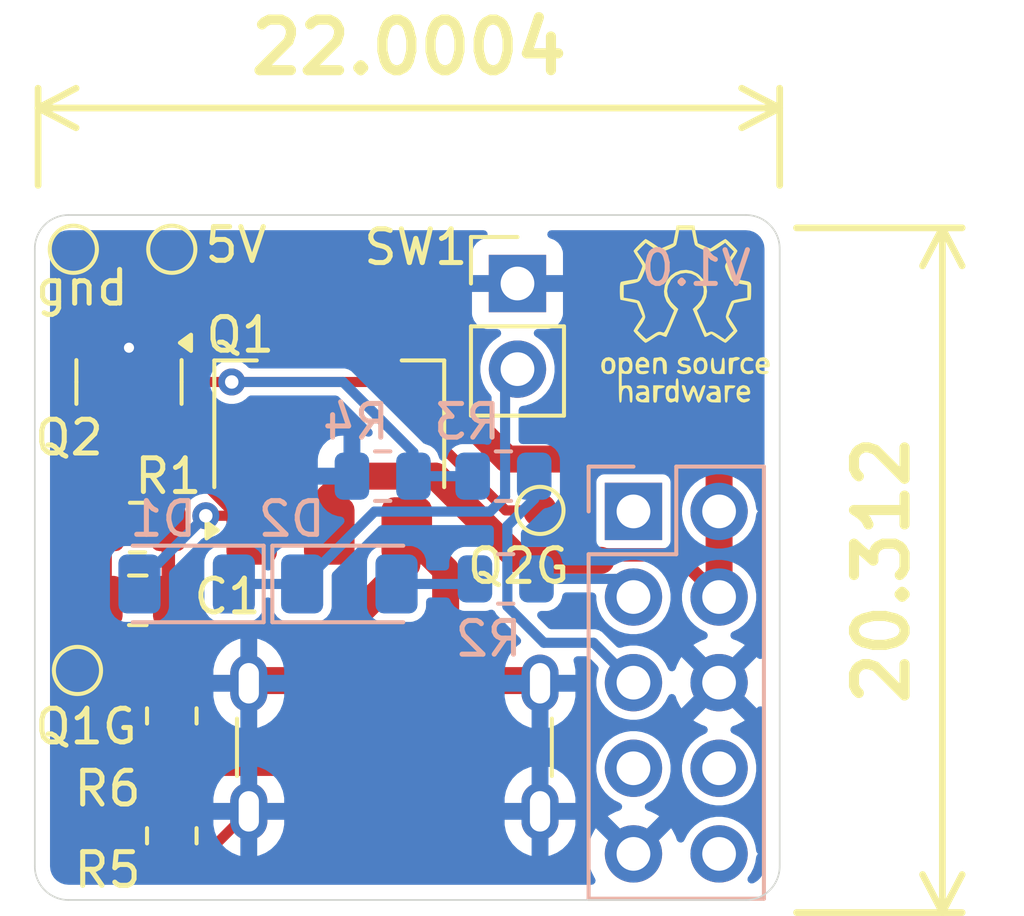
<source format=kicad_pcb>
(kicad_pcb (version 20241229) (generator "pcbnew") (generator_version "9.0")
  (layers (0 "F.Cu" signal) (2 "B.Cu" signal) (13 "F.Paste" user) (15 "B.Paste" user) (5 "F.SilkS" user "F.Silkscreen") (7 "B.SilkS" user "B.Silkscreen") (1 "F.Mask" user) (3 "B.Mask" user) (25 "Edge.Cuts" user))
  (net 0 "")
  (net 1 "VBUS")
  (net 2 "/Q1G")
  (net 3 "GND")
  (net 4 "/PWR_OFF")
  (net 5 "Net-(D1-K)")
  (net 6 "/SHT_DWN")
  (net 7 "5V")
  (net 8 "Net-(D2-A)")
  (net 9 "/Q2G")
  (net 10 "Net-(J5-CC2)")
  (net 11 "Net-(J5-CC1)")
  (footprint "Package_TO_SOT_SMD:SOT-223" (layer "F.Cu") (at 122.273 82.042 90)
    (property "Reference" "Q1" (at 2.667 -2.639 180) (layer "F.SilkS"))
    (property "Value" "NDT456P" (hide yes))
    (fp_line (start 1.91 -3.41) (end 1.91 -2.15) (stroke (width 0.12)) (layer "F.SilkS"))
    (fp_line (start -1.85 -3.41) (end 1.91 -3.41) (stroke (width 0.12)) (layer "F.SilkS"))
    (fp_line (start 1.91 3.41) (end 1.91 2.15) (stroke (width 0.12)) (layer "F.SilkS"))
    (fp_line (start -1.85 3.41) (end 1.91 3.41) (stroke (width 0.12)) (layer "F.SilkS"))
    (fp_poly (pts (xy -3.13 -3.31) (xy -3.37 -3.64) (xy -2.89 -3.64) (xy -3.13 -3.31)) (stroke (width 0.12)) (fill yes) (layer "F.SilkS"))
    (pad "1" smd roundrect (at -3.15 -2.3 90) (size 2 1.5) (layers "F.Cu" "F.Mask" "F.Paste") (net 2 "/Q1G"))
    (pad "2" smd roundrect (at -3.15 0 90) (size 2 1.5) (layers "F.Cu" "F.Mask" "F.Paste") (net 7 "5V"))
    (pad "3" smd roundrect (at -3.15 2.3 90) (size 2 1.5) (layers "F.Cu" "F.Mask" "F.Paste") (net 1 "VBUS"))
    (pad "4" smd roundrect (at 3.15 0 90) (size 2 3.8) (layers "F.Cu" "F.Mask" "F.Paste") (net 7 "5V"))
  )
  (footprint "000_victor:Open_Hardware" (layer "F.Cu") (at 132.842 78.74)
    (property "Reference" "G***" (hide yes))
    (property "Value" "LOGO" (hide yes))
    (fp_poly (pts (xy 1.411429 2.131377) (xy 1.469553 2.139317) (xy 1.483849 2.148147) (xy 1.459936 2.194849) (xy 1.408883 2.222071) (xy 1.3781 2.220245) (xy 1.316843 2.220295) (xy 1.275383 2.274507) (xy 1.254082 2.382194) (xy 1.251088 2.462097) (xy 1.248077 2.567034) (xy 1.237336 2.624899) (xy 1.216305 2.646577) (xy 1.207445 2.647652) (xy 1.185972 2.637328) (xy 1.172677 2.59968) (xy 1.165858 2.524696) (xy 1.163811 2.402363) (xy 1.163803 2.390937) (xy 1.163803 2.134222) (xy 1.323826 2.130011)) (fill yes) (layer "F.SilkS"))
    (fp_poly (pts (xy -0.675996 2.132163) (xy -0.619016 2.148617) (xy -0.616425 2.176155) (xy -0.646636 2.200723) (xy -0.702203 2.218499) (xy -0.755742 2.224261) (xy -0.793751 2.228229) (xy -0.816425 2.246543) (xy -0.828604 2.291742) (xy -0.83513 2.376365) (xy -0.837758 2.436713) (xy -0.843899 2.546446) (xy -0.853738 2.6101) (xy -0.871034 2.639783) (xy -0.899544 2.647606) (xy -0.903222 2.647652) (xy -0.930419 2.642929) (xy -0.947261 2.621357) (xy -0.956193 2.571828) (xy -0.959657 2.483233) (xy -0.960138 2.388924) (xy -0.960138 2.130195) (xy -0.785567 2.127738)) (fill yes) (layer "F.SilkS"))
    (fp_poly (pts (xy 1.560808 1.293191) (xy 1.610185 1.312719) (xy 1.609505 1.340555) (xy 1.600667 1.352393) (xy 1.547341 1.386603) (xy 1.488993 1.40211) (xy 1.447543 1.41026) (xy 1.423405 1.431704) (xy 1.410885 1.479962) (xy 1.404291 1.568554) (xy 1.402508 1.607503) (xy 1.395946 1.712686) (xy 1.38507 1.772155) (xy 1.365722 1.798389) (xy 1.337044 1.803895) (xy 1.309464 1.799009) (xy 1.292571 1.776819) (xy 1.28379 1.726026) (xy 1.280545 1.635333) (xy 1.280183 1.554504) (xy 1.280933 1.434227) (xy 1.285184 1.361088) (xy 1.295938 1.324039) (xy 1.316199 1.312028) (xy 1.345647 1.313572) (xy 1.414707 1.310546) (xy 1.449133 1.298368) (xy 1.50467 1.286878)) (fill yes) (layer "F.SilkS"))
    (fp_poly (pts (xy 1.142176 1.319974) (xy 1.155561 1.358863) (xy 1.162154 1.436154) (xy 1.163803 1.551446) (xy 1.163803 1.793614) (xy 1.004899 1.797795) (xy 0.883353 1.791815) (xy 0.81064 1.765285) (xy 0.801233 1.757214) (xy 0.775901 1.706018) (xy 0.75993 1.623502) (xy 0.753362 1.526278) (xy 0.756238 1.43096) (xy 0.768599 1.35416) (xy 0.790488 1.312491) (xy 0.800114 1.309279) (xy 0.827402 1.324676) (xy 0.840833 1.378093) (xy 0.843757 1.456667) (xy 0.855547 1.596101) (xy 0.890976 1.682518) (xy 0.950129 1.716111) (xy 0.960137 1.71661) (xy 1.022564 1.690275) (xy 1.061254 1.611144) (xy 1.076294 1.479022) (xy 1.076518 1.456667) (xy 1.081077 1.364513) (xy 1.096894 1.319155) (xy 1.12016 1.309279)) (fill yes) (layer "F.SilkS"))
    (fp_poly (pts (xy 1.965057 1.321897) (xy 2.016376 1.368236) (xy 2.014286 1.400254) (xy 1.962735 1.413412) (xy 1.890422 1.407615) (xy 1.814329 1.400076) (xy 1.772829 1.415167) (xy 1.744122 1.461167) (xy 1.74301 1.463597) (xy 1.721639 1.558921) (xy 1.741266 1.642194) (xy 1.796598 1.696671) (xy 1.819263 1.704868) (xy 1.888783 1.707451) (xy 1.930073 1.691456) (xy 1.977924 1.677129) (xy 2.012241 1.701977) (xy 2.014408 1.747207) (xy 2.003305 1.765379) (xy 1.943199 1.798048) (xy 1.855791 1.804249) (xy 1.764594 1.785863) (xy 1.693126 1.744769) (xy 1.688648 1.740218) (xy 1.642765 1.655249) (xy 1.627749 1.548083) (xy 1.643723 1.443017) (xy 1.686774 1.368209) (xy 1.783534 1.303512) (xy 1.885509 1.2913)) (fill yes) (layer "F.SilkS"))
    (fp_poly (pts (xy 0.514314 1.298623) (xy 0.586612 1.34384) (xy 0.634433 1.426483) (xy 0.655071 1.530015) (xy 0.645817 1.637896) (xy 0.603964 1.733588) (xy 0.588701 1.752978) (xy 0.517858 1.795162) (xy 0.425283 1.805224) (xy 0.335804 1.784264) (xy 0.278053 1.739231) (xy 0.244725 1.653976) (xy 0.237085 1.576473) (xy 0.331893 1.576473) (xy 0.353448 1.651668) (xy 0.398144 1.701461) (xy 0.456268 1.715012) (xy 0.517892 1.681696) (xy 0.543679 1.624348) (xy 0.551505 1.540709) (xy 0.540277 1.46018) (xy 0.527249 1.430387) (xy 0.479444 1.399261) (xy 0.417629 1.407847) (xy 0.363127 1.449619) (xy 0.34319 1.486716) (xy 0.331893 1.576473) (xy 0.237085 1.576473) (xy 0.233863 1.543782) (xy 0.246686 1.437879) (xy 0.263625 1.393258) (xy 0.327505 1.329157) (xy 0.421595 1.295282)) (fill yes) (layer "F.SilkS"))
    (fp_poly (pts (xy -2.181648 1.319861) (xy -2.11248 1.386402) (xy -2.088928 1.440206) (xy -2.075784 1.551283) (xy -2.091401 1.662172) (xy -2.131657 1.747955) (xy -2.141709 1.759317) (xy -2.214589 1.796232) (xy -2.309627 1.801349) (xy -2.401027 1.77583) (xy -2.443986 1.745705) (xy -2.487175 1.667357) (xy -2.503057 1.56228) (xy -2.501364 1.547079) (xy -2.390813 1.547079) (xy -2.387913 1.628455) (xy -2.3725 1.68549) (xy -2.372441 1.685585) (xy -2.325927 1.713802) (xy -2.261984 1.707917) (xy -2.212911 1.674997) (xy -2.192467 1.620022) (xy -2.186586 1.538216) (xy -2.187527 1.522248) (xy -2.200376 1.446449) (xy -2.229633 1.411196) (xy -2.265498 1.401374) (xy -2.330574 1.404708) (xy -2.362966 1.420286) (xy -2.382173 1.468608) (xy -2.390813 1.547079) (xy -2.501364 1.547079) (xy -2.491151 1.455387) (xy -2.45126 1.371933) (xy -2.367195 1.309582) (xy -2.271939 1.29324)) (fill yes) (layer "F.SilkS"))
    (fp_poly (pts (xy -0.637193 1.33889) (xy -0.627186 1.348635) (xy -0.585724 1.397964) (xy -0.56317 1.453417) (xy -0.554079 1.534386) (xy -0.552807 1.613454) (xy -0.55466 1.716372) (xy -0.562761 1.773908) (xy -0.580918 1.798821) (xy -0.609667 1.803895) (xy -0.640416 1.797145) (xy -0.658886 1.768579) (xy -0.669235 1.70572) (xy -0.675131 1.607503) (xy -0.681359 1.502723) (xy -0.691924 1.442608) (xy -0.711943 1.413638) (xy -0.746533 1.402293) (xy -0.753182 1.401292) (xy -0.811825 1.404839) (xy -0.848417 1.441162) (xy -0.8672 1.518632) (xy -0.872407 1.636598) (xy -0.876315 1.73563) (xy -0.889288 1.787732) (xy -0.914206 1.803833) (xy -0.916495 1.803895) (xy -0.938326 1.793328) (xy -0.951682 1.754866) (xy -0.958355 1.678367) (xy -0.960138 1.556913) (xy -0.959305 1.437194) (xy -0.954778 1.364273) (xy -0.943509 1.326758) (xy -0.922452 1.313262) (xy -0.894674 1.312163) (xy -0.810803 1.304897) (xy -0.765387 1.294325) (xy -0.703268 1.293947)) (fill yes) (layer "F.SilkS"))
    (fp_poly (pts (xy 0.06046 1.301499) (xy 0.116687 1.327274) (xy 0.141164 1.362819) (xy 0.124402 1.40018) (xy 0.07353 1.412701) (xy 0.025028 1.400548) (xy -0.046707 1.387912) (xy -0.102641 1.401771) (xy -0.127968 1.434578) (xy -0.114431 1.47165) (xy -0.061463 1.50245) (xy 0.001484 1.512944) (xy 0.092689 1.53362) (xy 0.151638 1.586176) (xy 0.171315 1.656407) (xy 0.144708 1.730108) (xy 0.121363 1.755743) (xy 0.04768 1.790799) (xy -0.05295 1.802747) (xy -0.153853 1.79108) (xy -0.219926 1.762211) (xy -0.256988 1.723411) (xy -0.244878 1.688691) (xy -0.241268 1.684887) (xy -0.20161 1.663969) (xy -0.163016 1.685031) (xy -0.100784 1.710686) (xy -0.027946 1.708974) (xy 0.031459 1.68367) (xy 0.052801 1.651146) (xy 0.045667 1.613522) (xy -0.003531 1.600575) (xy -0.020488 1.600229) (xy -0.120772 1.581112) (xy -0.191939 1.531966) (xy -0.227828 1.4651) (xy -0.222277 1.392824) (xy -0.169123 1.327446) (xy -0.160151 1.321235) (xy -0.091815 1.294635) (xy -0.013659 1.289338)) (fill yes) (layer "F.SilkS"))
    (fp_poly (pts (xy -1.153246 1.340433) (xy -1.153179 1.340485) (xy -1.092719 1.411931) (xy -1.076518 1.500508) (xy -1.076518 1.600229) (xy -1.237564 1.600229) (xy -1.328488 1.60158) (xy -1.372419 1.609208) (xy -1.380548 1.628483) (xy -1.365716 1.661694) (xy -1.333532 1.701625) (xy -1.283279 1.712325) (xy -1.223694 1.705709) (xy -1.148469 1.698904) (xy -1.100444 1.704149) (xy -1.095795 1.707031) (xy -1.089034 1.741898) (xy -1.1273 1.774449) (xy -1.197643 1.797381) (xy -1.267549 1.803895) (xy -1.360139 1.795343) (xy -1.417425 1.764379) (xy -1.438556 1.739231) (xy -1.478433 1.63964) (xy -1.483057 1.522866) (xy -1.466384 1.459828) (xy -1.383791 1.459828) (xy -1.382247 1.493144) (xy -1.325973 1.510782) (xy -1.280183 1.512944) (xy -1.197194 1.505667) (xy -1.169427 1.484059) (xy -1.170384 1.478654) (xy -1.213493 1.422739) (xy -1.279203 1.400399) (xy -1.329368 1.413339) (xy -1.383791 1.459828) (xy -1.466384 1.459828) (xy -1.454069 1.413268) (xy -1.412434 1.351599) (xy -1.328834 1.292351) (xy -1.245788 1.288772)) (fill yes) (layer "F.SilkS"))
    (fp_poly (pts (xy -1.169545 2.143519) (xy -1.122239 2.169661) (xy -1.095203 2.218354) (xy -1.080605 2.303804) (xy -1.076518 2.426554) (xy -1.076518 2.637726) (xy -1.218004 2.640949) (xy -1.32649 2.633142) (xy -1.409391 2.607997) (xy -1.421669 2.600619) (xy -1.472607 2.533898) (xy -1.478653 2.456912) (xy -1.38632 2.456912) (xy -1.375991 2.498941) (xy -1.351805 2.521138) (xy -1.303739 2.553244) (xy -1.269129 2.554399) (xy -1.22008 2.530248) (xy -1.167964 2.485534) (xy -1.169394 2.444698) (xy -1.22017 2.418793) (xy -1.263919 2.414891) (xy -1.347033 2.426563) (xy -1.38632 2.456912) (xy -1.478653 2.456912) (xy -1.479127 2.450882) (xy -1.43955 2.374769) (xy -1.438128 2.373327) (xy -1.377299 2.342033) (xy -1.288539 2.327772) (xy -1.278105 2.327606) (xy -1.197939 2.322473) (xy -1.167923 2.302263) (xy -1.180552 2.25976) (xy -1.190432 2.243315) (xy -1.235671 2.216312) (xy -1.320381 2.219578) (xy -1.3971 2.221889) (xy -1.443123 2.204668) (xy -1.448268 2.174858) (xy -1.422113 2.150228) (xy -1.350287 2.1282) (xy -1.25688 2.126561)) (fill yes) (layer "F.SilkS"))
    (fp_poly (pts (xy 2.404957 1.325913) (xy 2.471668 1.399682) (xy 2.501575 1.506492) (xy 2.502176 1.525579) (xy 2.498265 1.568313) (xy 2.477025 1.590562) (xy 2.424193 1.59898) (xy 2.342153 1.600229) (xy 2.254512 1.604427) (xy 2.196388 1.615257) (xy 2.18213 1.625762) (xy 2.20754 1.674148) (xy 2.270283 1.704589) (xy 2.350127 1.707654) (xy 2.355645 1.706638) (xy 2.42445 1.703614) (xy 2.461133 1.720816) (xy 2.461663 1.758994) (xy 2.420283 1.786208) (xy 2.352512 1.80088) (xy 2.273869 1.801427) (xy 2.199873 1.786271) (xy 2.146043 1.75383) (xy 2.145264 1.752978) (xy 2.09132 1.658112) (xy 2.075052 1.548412) (xy 2.090349 1.462028) (xy 2.187669 1.462028) (xy 2.1924 1.496425) (xy 2.233288 1.510918) (xy 2.283963 1.512944) (xy 2.354592 1.507495) (xy 2.380755 1.486534) (xy 2.380257 1.462028) (xy 2.347709 1.421489) (xy 2.283963 1.411111) (xy 2.212298 1.425677) (xy 2.187669 1.462028) (xy 2.090349 1.462028) (xy 2.094031 1.441238) (xy 2.145825 1.353953) (xy 2.20714 1.310971) (xy 2.312946 1.293553)) (fill yes) (layer "F.SilkS"))
    (fp_poly (pts (xy 0.918861 2.14261) (xy 0.970704 2.160121) (xy 1.003127 2.198736) (xy 1.009766 2.211226) (xy 1.029886 2.279801) (xy 1.043432 2.380956) (xy 1.046994 2.461981) (xy 1.047423 2.639998) (xy 0.885032 2.641457) (xy 0.774325 2.636022) (xy 0.702916 2.614334) (xy 0.666819 2.587094) (xy 0.624726 2.529946) (xy 0.610996 2.487629) (xy 0.620969 2.46147) (xy 0.736772 2.46147) (xy 0.739082 2.515271) (xy 0.782661 2.54831) (xy 0.85188 2.552022) (xy 0.88502 2.542706) (xy 0.923848 2.502207) (xy 0.931042 2.469969) (xy 0.907754 2.430629) (xy 0.853379 2.413166) (xy 0.791155 2.418597) (xy 0.744316 2.447939) (xy 0.736772 2.46147) (xy 0.620969 2.46147) (xy 0.637186 2.418935) (xy 0.704135 2.362361) (xy 0.794417 2.330561) (xy 0.831343 2.327606) (xy 0.900951 2.321981) (xy 0.926092 2.30039) (xy 0.925229 2.27669) (xy 0.901566 2.241529) (xy 0.840342 2.227019) (xy 0.799441 2.225773) (xy 0.718772 2.218482) (xy 0.685723 2.194347) (xy 0.683734 2.182131) (xy 0.699389 2.154614) (xy 0.75354 2.141221) (xy 0.82835 2.138488)) (fill yes) (layer "F.SilkS"))
    (fp_poly (pts (xy 1.829744 2.147675) (xy 1.896273 2.214826) (xy 1.920269 2.319318) (xy 1.920275 2.321171) (xy 1.917728 2.372355) (xy 1.900763 2.400331) (xy 1.855396 2.413421) (xy 1.767641 2.419944) (xy 1.752978 2.420713) (xy 1.585681 2.429439) (xy 1.650624 2.494381) (xy 1.711655 2.538939) (xy 1.771462 2.538359) (xy 1.781551 2.534927) (xy 1.859306 2.518699) (xy 1.905704 2.530646) (xy 1.912775 2.56103) (xy 1.87255 2.600112) (xy 1.846168 2.613887) (xy 1.738224 2.645014) (xy 1.648874 2.625945) (xy 1.584359 2.576237) (xy 1.534464 2.507842) (xy 1.514568 2.421088) (xy 1.512944 2.372571) (xy 1.523178 2.306393) (xy 1.614764 2.306393) (xy 1.632116 2.323127) (xy 1.693081 2.327514) (xy 1.715586 2.327606) (xy 1.788857 2.322483) (xy 1.829847 2.309674) (xy 1.83299 2.30433) (xy 1.808672 2.256958) (xy 1.753209 2.220057) (xy 1.711814 2.211226) (xy 1.658291 2.234549) (xy 1.629324 2.269416) (xy 1.614764 2.306393) (xy 1.523178 2.306393) (xy 1.53235 2.247077) (xy 1.590014 2.164785) (xy 1.685101 2.126667) (xy 1.726647 2.123941)) (fill yes) (layer "F.SilkS"))
    (fp_poly (pts (xy -0.228821 1.92886) (xy -0.216263 1.960449) (xy -0.208585 2.023793) (xy -0.204736 2.127643) (xy -0.203666 2.280753) (xy -0.203666 2.283964) (xy -0.204696 2.438025) (xy -0.208486 2.542672) (xy -0.216088 2.606658) (xy -0.22855 2.638733) (xy -0.246923 2.64765) (xy -0.247308 2.647652) (xy -0.286019 2.6314) (xy -0.290951 2.617533) (xy -0.308761 2.602276) (xy -0.347228 2.617533) (xy -0.432228 2.645491) (xy -0.502273 2.622298) (xy -0.541023 2.586407) (xy -0.57999 2.516673) (xy -0.595675 2.411852) (xy -0.596215 2.38451) (xy -0.494616 2.38451) (xy -0.488084 2.473947) (xy -0.462088 2.517761) (xy -0.40703 2.527677) (xy -0.379325 2.525334) (xy -0.33314 2.5137) (xy -0.311628 2.481896) (xy -0.305641 2.413024) (xy -0.305498 2.388967) (xy -0.316694 2.286746) (xy -0.35156 2.232228) (xy -0.353976 2.230632) (xy -0.414143 2.218166) (xy -0.462359 2.254927) (xy -0.49055 2.332084) (xy -0.494616 2.38451) (xy -0.596215 2.38451) (xy -0.596449 2.372666) (xy -0.586164 2.245837) (xy -0.551973 2.167892) (xy -0.488874 2.13268) (xy -0.401265 2.132702) (xy -0.290951 2.147499) (xy -0.290951 2.033887) (xy -0.283386 1.95401) (xy -0.25846 1.921898) (xy -0.247308 1.920275)) (fill yes) (layer "F.SilkS"))
    (fp_poly (pts (xy 0.58115 2.127114) (xy 0.591513 2.144888) (xy 0.584178 2.189645) (xy 0.558812 2.273766) (xy 0.548522 2.305785) (xy 0.492843 2.470771) (xy 0.448168 2.581399) (xy 0.411402 2.639769) (xy 0.379449 2.64798) (xy 0.349214 2.60813) (xy 0.317601 2.522318) (xy 0.302947 2.472289) (xy 0.275079 2.384504) (xy 0.250661 2.32761) (xy 0.235978 2.314008) (xy 0.218318 2.349507) (xy 0.192021 2.422354) (xy 0.173284 2.481946) (xy 0.136278 2.584775) (xy 0.100662 2.633947) (xy 0.063953 2.628576) (xy 0.02367 2.567777) (xy -0.022669 2.450665) (xy -0.037346 2.406806) (xy -0.078532 2.279495) (xy -0.102816 2.19758) (xy -0.111099 2.151057) (xy -0.10428 2.129921) (xy -0.083262 2.124169) (xy -0.06282 2.123941) (xy -0.027543 2.138076) (xy 0.000235 2.187869) (xy 0.026649 2.284405) (xy 0.027057 2.286221) (xy 0.049456 2.36999) (xy 0.070399 2.421255) (xy 0.082603 2.429639) (xy 0.102516 2.392959) (xy 0.131593 2.320808) (xy 0.14797 2.274632) (xy 0.189715 2.175566) (xy 0.229414 2.133773) (xy 0.268512 2.149479) (xy 0.308455 2.222909) (xy 0.336241 2.303952) (xy 0.391457 2.486319) (xy 0.445562 2.30513) (xy 0.481344 2.200338) (xy 0.513786 2.143261) (xy 0.548693 2.124147) (xy 0.553424 2.123941)) (fill yes) (layer "F.SilkS"))
    (fp_poly (pts (xy -1.682202 1.295569) (xy -1.617914 1.348262) (xy -1.580256 1.447976) (xy -1.571134 1.554508) (xy -1.581994 1.681569) (xy -1.618015 1.759934) (xy -1.684361 1.795556) (xy -1.78001 1.795248) (xy -1.89118 1.780337) (xy -1.89118 1.963918) (xy -1.89118 2.147499) (xy -1.78001 2.132588) (xy -1.688287 2.13025) (xy -1.626864 2.157406) (xy -1.590471 2.221593) (xy -1.573842 2.330352) (xy -1.571134 2.431517) (xy -1.573457 2.545991) (xy -1.581846 2.612958) (xy -1.59843 2.642967) (xy -1.614777 2.647652) (xy -1.64096 2.633424) (xy -1.654521 2.583424) (xy -1.658419 2.486678) (xy -1.658419 2.485716) (xy -1.668627 2.343308) (xy -1.69986 2.253342) (xy -1.753036 2.213658) (xy -1.7748 2.211226) (xy -1.835179 2.235301) (xy -1.873323 2.308967) (xy -1.890149 2.434385) (xy -1.89118 2.485716) (xy -1.895014 2.582868) (xy -1.90849 2.633188) (xy -1.934563 2.647651) (xy -1.934823 2.647652) (xy -1.948975 2.64088) (xy -1.959765 2.616132) (xy -1.967627 2.566756) (xy -1.972993 2.486102) (xy -1.976299 2.36752) (xy -1.977978 2.204358) (xy -1.978464 1.989967) (xy -1.978465 1.978791) (xy -1.978465 1.577373) (xy -1.884615 1.577373) (xy -1.861812 1.65573) (xy -1.813443 1.706737) (xy -1.7748 1.71661) (xy -1.715833 1.690486) (xy -1.681686 1.6427) (xy -1.662311 1.553746) (xy -1.680189 1.474794) (xy -1.728557 1.422662) (xy -1.7748 1.411111) (xy -1.83822 1.430999) (xy -1.873862 1.489951) (xy -1.884615 1.577373) (xy -1.978465 1.577373) (xy -1.978465 1.30993) (xy -1.913001 1.311215) (xy -1.832664 1.305035) (xy -1.770373 1.293494)) (fill yes) (layer "F.SilkS"))
    (fp_poly (pts (xy 0.115484 -2.617808) (xy 0.205211 -2.615802) (xy 0.256127 -2.612901) (xy 0.262949 -2.611283) (xy 0.268529 -2.581469) (xy 0.282571 -2.507639) (xy 0.302573 -2.402925) (xy 0.314046 -2.342994) (xy 0.36405 -2.08198) (xy 0.551151 -2.00391) (xy 0.738253 -1.92584) (xy 0.949714 -2.068533) (xy 1.04703 -2.13259) (xy 1.126271 -2.181758) (xy 1.175085 -2.208496) (xy 1.183467 -2.211225) (xy 1.214399 -2.191783) (xy 1.272366 -2.14154) (xy 1.345168 -2.072623) (xy 1.420605 -1.99716) (xy 1.486477 -1.927277) (xy 1.530582 -1.875102) (xy 1.542039 -1.854808) (xy 1.526833 -1.821115) (xy 1.486451 -1.752637) (xy 1.428745 -1.662497) (xy 1.411111 -1.635995) (xy 1.349814 -1.540551) (xy 1.303879 -1.461272) (xy 1.281262 -1.412131) (xy 1.280183 -1.406066) (xy 1.291135 -1.362746) (xy 1.319681 -1.284355) (xy 1.354853 -1.19913) (xy 1.429523 -1.026956) (xy 1.63853 -0.991344) (xy 1.77488 -0.968529) (xy 1.864373 -0.948844) (xy 1.916792 -0.922087) (xy 1.941922 -0.878054) (xy 1.949548 -0.806544) (xy 1.949455 -0.697354) (xy 1.94937 -0.667226) (xy 1.947105 -0.552021) (xy 1.941043 -0.462416) (xy 1.93228 -0.411605) (xy 1.927549 -0.404879) (xy 1.890625 -0.39815) (xy 1.811832 -0.382441) (xy 1.706238 -0.360772) (xy 1.673512 -0.353962) (xy 1.441297 -0.305498) (xy 1.358589 -0.105921) (xy 1.275881 0.093655) (xy 1.40896 0.293787) (xy 1.470375 0.388768) (xy 1.516792 0.465547) (xy 1.540504 0.511195) (xy 1.542039 0.517) (xy 1.52252 0.547348) (xy 1.472083 0.60467) (xy 1.402911 0.676845) (xy 1.327186 0.75175) (xy 1.257089 0.817262) (xy 1.204803 0.861261) (xy 1.184432 0.872852) (xy 1.151867 0.857759) (xy 1.084065 0.817625) (xy 0.993881 0.760171) (xy 0.964327 0.740673) (xy 0.765548 0.608494) (xy 0.675603 0.660116) (xy 0.612307 0.690215) (xy 0.572784 0.697575) (xy 0.569835 0.695914) (xy 0.553584 0.664859) (xy 0.519322 0.589814) (xy 0.471362 0.480524) (xy 0.414011 0.346739) (xy 0.38353 0.274581) (xy 0.213048 -0.130928) (xy 0.351254 -0.261855) (xy 0.469537 -0.407751) (xy 0.532841 -0.565521) (xy 0.540585 -0.729029) (xy 0.492186 -0.892136) (xy 0.421828 -1.006432) (xy 0.305066 -1.11533) (xy 0.162682 -1.18042) (xy 0.00697 -1.202035) (xy -0.149775 -1.180506) (xy -0.295257 -1.116166) (xy -0.417182 -1.009347) (xy -0.437434 -0.983224) (xy -0.520054 -0.825672) (xy -0.546073 -0.663778) (xy -0.516187 -0.503363) (xy -0.43109 -0.350244) (xy -0.351254 -0.261855) (xy -0.213048 -0.130928) (xy -0.38353 0.274581) (xy -0.443804 0.416709) (xy -0.496662 0.539016) (xy -0.537833 0.631803) (xy -0.56305 0.685372) (xy -0.568322 0.694401) (xy -0.601117 0.69247) (xy -0.6641 0.669572) (xy -0.68044 0.66207) (xy -0.730774 0.640002) (xy -0.771492 0.633971) (xy -0.817549 0.648212) (xy -0.883901 0.686964) (xy -0.970112 0.744141) (xy -1.063075 0.804632) (xy -1.137897 0.849857) (xy -1.181311 0.871894) (xy -1.185622 0.872852) (xy -1.215749 0.853503) (xy -1.274903 0.802081) (xy -1.351849 0.728527) (xy -1.375653 0.704712) (xy -1.452863 0.624237) (xy -1.511031 0.558942) (xy -1.540339 0.520005) (xy -1.542039 0.515245) (xy -1.526943 0.482707) (xy -1.486783 0.414875) (xy -1.429251 0.32455) (xy -1.40896 0.293787) (xy -1.275882 0.093655) (xy -1.358589 -0.105921) (xy -1.441297 -0.305498) (xy -1.673512 -0.353962) (xy -1.783962 -0.376771) (xy -1.871884 -0.394477) (xy -1.922209 -0.404059) (xy -1.927549 -0.404879) (xy -1.93722 -0.432934) (xy -1.940988 -0.46975) (xy -1.83299 -0.46975) (xy -1.615065 -0.434595) (xy -1.506642 -0.41359) (xy -1.420607 -0.390429) (xy -1.37338 -0.36965) (xy -1.370655 -0.367017) (xy -1.33869 -0.311901) (xy -1.298217 -0.22126) (xy -1.256407 -0.114159) (xy -1.220433 -0.009662) (xy -1.197463 0.073167) (xy -1.192898 0.105557) (xy -1.209086 0.162286) (xy -1.251489 0.24671) (xy -1.30983 0.338912) (xy -1.426762 0.505838) (xy -1.303772 0.631155) (xy -1.236255 0.697487) (xy -1.18542 0.742888) (xy -1.165019 0.756403) (xy -1.134943 0.741178) (xy -1.070399 0.701125) (xy -0.984743 0.644568) (xy -0.975515 0.638314) (xy -0.876899 0.575135) (xy -0.806334 0.543852) (xy -0.746186 0.54032) (xy -0.678818 0.560394) (xy -0.666047 0.56558) (xy -0.641918 0.563956) (xy -0.613869 0.534781) (xy -0.577698 0.470888) (xy -0.529199 0.365108) (xy -0.479548 0.247555) (xy -0.339831 -0.089845) (xy -0.444898 -0.197671) (xy -0.563558 -0.354689) (xy -0.626955 -0.527173) (xy -0.639453 -0.660978) (xy -0.613034 -0.843677) (xy -0.541369 -1.000937) (xy -0.433172 -1.128752) (xy -0.297156 -1.223115) (xy -0.142034 -1.28002) (xy 0.02348 -1.29546) (xy 0.190674 -1.265429) (xy 0.350832 -1.185921) (xy 0.407493 -1.142367) (xy 0.536875 -0.99721) (xy 0.614902 -0.832885) (xy 0.641224 -0.658235) (xy 0.615491 -0.482103) (xy 0.537352 -0.31333) (xy 0.444898 -0.197671) (xy 0.339831 -0.089845) (xy 0.478915 0.246029) (xy 0.532398 0.373428) (xy 0.57795 0.478637) (xy 0.611047 0.55144) (xy 0.627164 0.581621) (xy 0.627677 0.581902) (xy 0.658212 0.57122) (xy 0.710329 0.548652) (xy 0.752776 0.535215) (xy 0.797482 0.540029) (xy 0.858416 0.567941) (xy 0.949544 0.623797) (xy 0.975657 0.640725) (xy 1.168009 0.766048) (xy 1.296545 0.637512) (xy 1.425081 0.508976) (xy 1.309082 0.334499) (xy 1.251229 0.239394) (xy 1.20963 0.155589) (xy 1.193013 0.100739) (xy 1.192991 0.099575) (xy 1.20404 0.042827) (xy 1.232516 -0.047847) (xy 1.271255 -0.153631) (xy 1.313091 -0.255711) (xy 1.350862 -0.335273) (xy 1.370655 -0.367017) (xy 1.410636 -0.387045) (xy 1.49189 -0.410138) (xy 1.597999 -0.431757) (xy 1.615065 -0.434595) (xy 1.83299 -0.46975) (xy 1.83299 -0.654691) (xy 1.83299 -0.839631) (xy 1.665693 -0.87117) (xy 1.528623 -0.898747) (xy 1.436205 -0.924472) (xy 1.375588 -0.955401) (xy 1.333921 -0.998591) (xy 1.298352 -1.061101) (xy 1.290527 -1.077193) (xy 1.243677 -1.181888) (xy 1.201668 -1.287198) (xy 1.191085 -1.317024) (xy 1.174647 -1.372192) (xy 1.1724 -1.41726) (xy 1.18916 -1.466894) (xy 1.229743 -1.535755) (xy 1.294554 -1.632051) (xy 1.43493 -1.8375) (xy 1.305758 -1.966672) (xy 1.176585 -2.095844) (xy 0.989942 -1.964417) (xy 0.892125 -1.901342) (xy 0.804244 -1.854804) (xy 0.743033 -1.833482) (xy 0.736549 -1.832989) (xy 0.660481 -1.84501) (xy 0.562121 -1.876176) (xy 0.457942 -1.919145) (xy 0.364412 -1.966574) (xy 0.298004 -2.011122) (xy 0.275864 -2.038355) (xy 0.261874 -2.094088) (xy 0.242186 -2.186604) (xy 0.222113 -2.290292) (xy 0.185692 -2.487629) (xy 0 -2.487629) (xy -0.185693 -2.487629) (xy -0.222114 -2.290292) (xy -0.243157 -2.181819) (xy -0.262679 -2.090549) (xy -0.275864 -2.038355) (xy -0.310951 -2.000786) (xy -0.385601 -1.954833) (xy -0.48335 -1.907828) (xy -0.587731 -1.867101) (xy -0.682281 -1.839985) (xy -0.737059 -1.832989) (xy -0.792514 -1.849116) (xy -0.877508 -1.891741) (xy -0.975196 -1.952229) (xy -0.991335 -1.963307) (xy -1.178351 -2.093624) (xy -1.306641 -1.965562) (xy -1.43493 -1.8375) (xy -1.294554 -1.632051) (xy -1.22695 -1.531437) (xy -1.187733 -1.463946) (xy -1.172088 -1.414916) (xy -1.175197 -1.369682) (xy -1.191085 -1.317024) (xy -1.227598 -1.220668) (xy -1.274583 -1.111344) (xy -1.290527 -1.077193) (xy -1.326443 -1.009775) (xy -1.365781 -0.963145) (xy -1.421395 -0.930246) (xy -1.506135 -0.90402) (xy -1.632853 -0.877409) (xy -1.665693 -0.87117) (xy -1.83299 -0.839631) (xy -1.83299 -0.654691) (xy -1.83299 -0.46975) (xy -1.940988 -0.46975) (xy -1.944693 -0.505944) (xy -1.948864 -0.610686) (xy -1.94937 -0.666074) (xy -1.946436 -0.80365) (xy -1.936978 -0.890332) (xy -1.920013 -0.933153) (xy -1.91113 -0.939491) (xy -1.865283 -0.950977) (xy -1.779172 -0.967882) (xy -1.67006 -0.986856) (xy -1.651502 -0.989879) (xy -1.430114 -1.025592) (xy -1.355149 -1.198448) (xy -1.316255 -1.293207) (xy -1.289157 -1.368933) (xy -1.280183 -1.406066) (xy -1.295518 -1.445199) (xy -1.336217 -1.518063) (xy -1.394324 -1.610685) (xy -1.411111 -1.635995) (xy -1.472166 -1.729752) (xy -1.518029 -1.805411) (xy -1.540847 -1.849847) (xy -1.542039 -1.854808) (xy -1.522479 -1.885554) (xy -1.471932 -1.943173) (xy -1.402599 -2.015538) (xy -1.326679 -2.090522) (xy -1.256374 -2.155997) (xy -1.203883 -2.199838) (xy -1.183467 -2.211225) (xy -1.150811 -2.195942) (xy -1.082632 -2.155119) (xy -0.991279 -2.096293) (xy -0.949714 -2.068533) (xy -0.738253 -1.92584) (xy -0.551151 -2.00391) (xy -0.36405 -2.08198) (xy -0.314046 -2.342994) (xy -0.291999 -2.45824) (xy -0.27466 -2.549178) (xy -0.26453 -2.602675) (xy -0.262949 -2.611283) (xy -0.235513 -2.614487) (xy -0.162944 -2.616972) (xy -0.058298 -2.618374) (xy 0 -2.618556)) (fill yes) (layer "F.SilkS"))
  )
  (footprint "TestPoint:TestPoint_Pad_D1.0mm" (layer "F.Cu") (at 114.803678 89.329834 90)
    (property "Reference" "TP2" (hide yes))
    (property "Value" "Q1G" (at -1.666424 0.254 0) (layer "F.SilkS"))
    (fp_circle (center 0 0) (end 0 0.7) (stroke (width 0.12)) (fill no) (layer "F.SilkS"))
    (pad "1" smd circle (at 0 0 90) (size 1 1) (layers "F.Cu" "F.Mask") (net 2 "/Q1G"))
  )
  (footprint "Resistor_SMD:R_0805_2012Metric" (layer "F.Cu") (at 117.602 94.234 -90)
    (property "Reference" "R5" (at 1.016 1.905 180) (layer "F.SilkS"))
    (property "Value" "5.1K")
    (fp_line (start -0.227064 0.735) (end 0.227064 0.735) (stroke (width 0.12)) (layer "F.SilkS"))
    (fp_line (start -0.227064 -0.735) (end 0.227064 -0.735) (stroke (width 0.12)) (layer "F.SilkS"))
    (pad "1" smd roundrect (at -0.9125 0 270) (size 1.025 1.4) (layers "F.Cu" "F.Mask" "F.Paste") (roundrect_rratio 0.243902) (net 10 "Net-(J5-CC2)"))
    (pad "2" smd roundrect (at 0.9125 0 270) (size 1.025 1.4) (layers "F.Cu" "F.Mask" "F.Paste") (roundrect_rratio 0.243902) (net 3 "GND"))
  )
  (footprint "Resistor_SMD:R_0805_2012Metric" (layer "F.Cu") (at 116.586 85.09 180)
    (property "Reference" "R1" (at -0.9125 1.524 0) (layer "F.SilkS"))
    (property "Value" "100K")
    (fp_line (start -0.227064 0.735) (end 0.227064 0.735) (stroke (width 0.12)) (layer "F.SilkS"))
    (fp_line (start -0.227064 -0.735) (end 0.227064 -0.735) (stroke (width 0.12)) (layer "F.SilkS"))
    (pad "1" smd roundrect (at -0.9125 0 180) (size 1.025 1.4) (layers "F.Cu" "F.Mask" "F.Paste") (roundrect_rratio 0.243902) (net 1 "VBUS"))
    (pad "2" smd roundrect (at 0.9125 0 180) (size 1.025 1.4) (layers "F.Cu" "F.Mask" "F.Paste") (roundrect_rratio 0.243902) (net 2 "/Q1G"))
  )
  (footprint "TestPoint:TestPoint_Pad_D1.0mm" (layer "F.Cu") (at 117.602 76.835)
    (property "Reference" "TP1" (hide yes))
    (property "Value" "5V" (at 1.905 -0.127 0) (layer "F.SilkS"))
    (fp_circle (center 0 0) (end 0 0.7) (stroke (width 0.12)) (fill no) (layer "F.SilkS"))
    (pad "1" smd circle (at 0 0) (size 1 1) (layers "F.Cu" "F.Mask") (net 7 "5V"))
  )
  (footprint "Package_TO_SOT_SMD:SOT-23" (layer "F.Cu") (at 116.332 80.772 -90)
    (property "Reference" "Q2" (at 1.651 1.778 180) (layer "F.SilkS"))
    (property "Value" "AO3414" (hide yes))
    (fp_line (start 0 1.56) (end -0.65 1.56) (stroke (width 0.12)) (layer "F.SilkS"))
    (fp_line (start 0 1.56) (end 0.65 1.56) (stroke (width 0.12)) (layer "F.SilkS"))
    (fp_line (start 0 -1.56) (end -0.65 -1.56) (stroke (width 0.12)) (layer "F.SilkS"))
    (fp_line (start 0 -1.56) (end 0.65 -1.56) (stroke (width 0.12)) (layer "F.SilkS"))
    (fp_poly (pts (xy -1.1625 -1.51) (xy -1.4025 -1.84) (xy -0.9225 -1.84)) (stroke (width 0.12)) (fill yes) (layer "F.SilkS"))
    (pad "1" smd roundrect (at -0.9375 -0.95 270) (size 1.475 0.6) (layers "F.Cu" "F.Mask" "F.Paste") (net 9 "/Q2G"))
    (pad "2" smd roundrect (at -0.9375 0.95 270) (size 1.475 0.6) (layers "F.Cu" "F.Mask" "F.Paste") (net 3 "GND"))
    (pad "3" smd roundrect (at 0.9375 0 270) (size 1.475 0.6) (layers "F.Cu" "F.Mask" "F.Paste") (net 2 "/Q1G"))
  )
  (footprint "Capacitor_SMD:C_0805_2012Metric" (layer "F.Cu") (at 116.593 87.249 180)
    (property "Reference" "C1" (at -2.66 0.113 0) (layer "F.SilkS"))
    (property "Value" "10n")
    (fp_line (start -0.261252 0.735) (end 0.261252 0.735) (stroke (width 0.12)) (layer "F.SilkS"))
    (fp_line (start -0.261252 -0.735) (end 0.261252 -0.735) (stroke (width 0.12)) (layer "F.SilkS"))
    (pad "1" smd roundrect (at -0.95 0 180) (size 1 1.45) (layers "F.Cu" "F.Mask" "F.Paste") (net 1 "VBUS"))
    (pad "2" smd roundrect (at 0.95 0 180) (size 1 1.45) (layers "F.Cu" "F.Mask" "F.Paste") (net 2 "/Q1G"))
  )
  (footprint "Connector_USB:USB_C_Receptacle_GCT_USB4125-xx-x-0190_6P_TopMnt_Horizontal" (layer "F.Cu") (at 124.206 92.71)
    (property "Reference" "J5" (hide yes))
    (property "Value" "USB_C_Receptacle_PowerOnly_6P" (hide yes))
    (fp_line (start -4.67 -0.25) (end -4.67 -1.95) (stroke (width 0.12)) (layer "F.SilkS"))
    (fp_line (start 4.67 -0.25) (end 4.67 -1.95) (stroke (width 0.12)) (layer "F.SilkS"))
    (pad "A5" smd roundrect (at -0.5 -3.08) (size 0.7 1.2) (layers "F.Cu" "F.Mask" "F.Paste") (net 11 "Net-(J5-CC1)"))
    (pad "A9" smd roundrect (at 1.52 -3.08 180) (size 0.76 1.2) (layers "F.Cu" "F.Mask" "F.Paste") (net 1 "VBUS"))
    (pad "A12" smd roundrect (at 2.75 -3.08 180) (size 0.8 1.2) (layers "F.Cu" "F.Mask" "F.Paste") (net 3 "GND"))
    (pad "B5" smd roundrect (at 0.5 -3.08 180) (size 0.7 1.2) (layers "F.Cu" "F.Mask" "F.Paste") (net 10 "Net-(J5-CC2)"))
    (pad "B9" smd roundrect (at -1.52 -3.08) (size 0.76 1.2) (layers "F.Cu" "F.Mask" "F.Paste") (net 1 "VBUS"))
    (pad "B12" smd roundrect (at -2.75 -3.08) (size 0.8 1.2) (layers "F.Cu" "F.Mask" "F.Paste") (net 3 "GND"))
    (pad "S1" thru_hole oval (at -4.32 -3) (size 1.1 1.7) (drill oval 0.6 1.2) (property pad_prop_heatsink) (layers "*.Cu" "*.Mask" "F.Paste") (net 3 "GND"))
    (pad "S1" thru_hole oval (at -4.32 0.8) (size 1.1 1.7) (drill oval 0.6 1.2) (property pad_prop_heatsink) (layers "*.Cu" "*.Mask" "F.Paste") (net 3 "GND"))
    (pad "S1" thru_hole oval (at 4.32 -3) (size 1.1 1.7) (drill oval 0.6 1.2) (property pad_prop_heatsink) (layers "*.Cu" "*.Mask" "F.Paste") (net 3 "GND"))
    (pad "S1" thru_hole oval (at 4.32 0.8) (size 1.1 1.7) (drill oval 0.6 1.2) (property pad_prop_heatsink) (layers "*.Cu" "*.Mask" "F.Paste") (net 3 "GND"))
  )
  (footprint "Connector_PinHeader_2.54mm:PinHeader_1x02_P2.54mm_Vertical" (layer "F.Cu") (at 127.857003 77.851)
    (property "Reference" "SW1" (at -3.016003 -1.077692 0) (layer "F.SilkS"))
    (property "Value" "SW_Push" (hide yes))
    (fp_line (start -1.38 -1.38) (end 0 -1.38) (stroke (width 0.12)) (layer "F.SilkS"))
    (fp_line (start -1.38 0) (end -1.38 -1.38) (stroke (width 0.12)) (layer "F.SilkS"))
    (fp_line (start -1.38 1.27) (end -1.38 3.92) (stroke (width 0.12)) (layer "F.SilkS"))
    (fp_line (start -1.38 1.27) (end 1.38 1.27) (stroke (width 0.12)) (layer "F.SilkS"))
    (fp_line (start -1.38 3.92) (end 1.38 3.92) (stroke (width 0.12)) (layer "F.SilkS"))
    (fp_line (start 1.38 1.27) (end 1.38 3.92) (stroke (width 0.12)) (layer "F.SilkS"))
    (pad "1" thru_hole rect (at 0 0) (size 1.7 1.7) (drill 1) (layers "*.Cu" "*.Mask") (net 3 "GND"))
    (pad "2" thru_hole circle (at 0 2.54) (size 1.7 1.7) (drill 1) (layers "*.Cu" "*.Mask") (net 5 "Net-(D1-K)"))
  )
  (footprint "TestPoint:TestPoint_Pad_D1.0mm" (layer "F.Cu") (at 128.524 84.582)
    (property "Reference" "TP3" (hide yes))
    (property "Value" "Q2G" (at -0.635 1.651 0) (layer "F.SilkS"))
    (fp_circle (center 0 0) (end 0 0.7) (stroke (width 0.12)) (fill no) (layer "F.SilkS"))
    (pad "1" smd circle (at 0 0) (size 1 1) (layers "F.Cu" "F.Mask") (net 9 "/Q2G"))
  )
  (footprint "Resistor_SMD:R_0805_2012Metric" (layer "F.Cu") (at 117.602 90.678 90)
    (property "Reference" "R6" (at -2.159 -1.905 180) (layer "F.SilkS"))
    (property "Value" "5.1K")
    (fp_line (start -0.227064 -0.735) (end 0.227064 -0.735) (stroke (width 0.12)) (layer "F.SilkS"))
    (fp_line (start -0.227064 0.735) (end 0.227064 0.735) (stroke (width 0.12)) (layer "F.SilkS"))
    (pad "1" smd roundrect (at -0.9125 0 90) (size 1.025 1.4) (layers "F.Cu" "F.Mask" "F.Paste") (roundrect_rratio 0.243902) (net 11 "Net-(J5-CC1)"))
    (pad "2" smd roundrect (at 0.9125 0 90) (size 1.025 1.4) (layers "F.Cu" "F.Mask" "F.Paste") (roundrect_rratio 0.243902) (net 3 "GND"))
  )
  (footprint "TestPoint:TestPoint_Pad_D1.0mm" (layer "F.Cu") (at 114.681 76.835)
    (property "Reference" "TP4" (hide yes))
    (property "Value" "gnd" (at 0.254 1.143 0) (layer "F.SilkS"))
    (fp_circle (center 0 0) (end 0 0.7) (stroke (width 0.12)) (fill no) (layer "F.SilkS"))
    (pad "1" smd circle (at 0 0) (size 1 1) (layers "F.Cu" "F.Mask") (net 3 "GND"))
  )
  (footprint "Diode_SMD:D_1206_3216Metric" (layer "B.Cu") (at 122.869 86.764)
    (property "Reference" "D2" (at -1.711 -1.928 0) (layer "B.SilkS") (effects (justify mirror)))
    (property "Value" "D_Schottky")
    (fp_line (start -2.285 -1.135) (end 1.6 -1.135) (stroke (width 0.12)) (layer "B.SilkS"))
    (fp_line (start -2.285 1.135) (end -2.285 -1.135) (stroke (width 0.12)) (layer "B.SilkS"))
    (fp_line (start 1.6 1.135) (end -2.285 1.135) (stroke (width 0.12)) (layer "B.SilkS"))
    (pad "1" smd roundrect (at -1.4 0) (size 1.25 1.75) (layers "B.Cu" "B.Mask" "B.Paste") (roundrect_rratio 0.2) (net 5 "Net-(D1-K)"))
    (pad "2" smd roundrect (at 1.4 0) (size 1.25 1.75) (layers "B.Cu" "B.Mask" "B.Paste") (roundrect_rratio 0.2) (net 8 "Net-(D2-A)"))
  )
  (footprint "Connector_PinSocket_2.54mm:PinSocket_2x05_P2.54mm_Vertical" (layer "B.Cu") (at 131.298 84.612 180)
    (property "Reference" "J2" (hide yes))
    (property "Value" "Conn_02x03_Counter_Clockwise" (hide yes))
    (fp_line (start 1.33 1.33) (end 1.33 0) (stroke (width 0.12)) (layer "B.SilkS"))
    (fp_line (start 1.33 -1.27) (end 1.33 -11.49) (stroke (width 0.12)) (layer "B.SilkS"))
    (fp_line (start 0 1.33) (end 1.33 1.33) (stroke (width 0.12)) (layer "B.SilkS"))
    (fp_line (start -1.27 1.33) (end -1.27 -1.27) (stroke (width 0.12)) (layer "B.SilkS"))
    (fp_line (start -1.27 -1.27) (end 1.33 -1.27) (stroke (width 0.12)) (layer "B.SilkS"))
    (fp_line (start -3.87 1.33) (end -1.27 1.33) (stroke (width 0.12)) (layer "B.SilkS"))
    (fp_line (start -3.87 1.33) (end -3.87 -11.49) (stroke (width 0.12)) (layer "B.SilkS"))
    (fp_line (start -3.87 -11.49) (end 1.33 -11.49) (stroke (width 0.12)) (layer "B.SilkS"))
    (pad "1" thru_hole rect (at 0 0 180) (size 1.7 1.7) (drill 1) (layers "*.Cu" "*.Mask"))
    (pad "2" thru_hole circle (at -2.54 0 180) (size 1.7 1.7) (drill 1) (layers "*.Cu" "*.Mask") (net 7 "5V"))
    (pad "3" thru_hole circle (at 0 -2.54 180) (size 1.7 1.7) (drill 1) (layers "*.Cu" "*.Mask") (net 6 "/SHT_DWN"))
    (pad "4" thru_hole circle (at -2.54 -2.54 180) (size 1.7 1.7) (drill 1) (layers "*.Cu" "*.Mask") (net 7 "5V"))
    (pad "5" thru_hole circle (at 0 -5.08 180) (size 1.7 1.7) (drill 1) (layers "*.Cu" "*.Mask") (net 4 "/PWR_OFF"))
    (pad "6" thru_hole circle (at -2.54 -5.08 180) (size 1.7 1.7) (drill 1) (layers "*.Cu" "*.Mask") (net 3 "GND"))
    (pad "7" thru_hole circle (at 0 -7.62 180) (size 1.7 1.7) (drill 1) (layers "*.Cu" "*.Mask"))
    (pad "8" thru_hole circle (at -2.54 -7.62 180) (size 1.7 1.7) (drill 1) (layers "*.Cu" "*.Mask"))
    (pad "9" thru_hole circle (at 0 -10.16 180) (size 1.7 1.7) (drill 1) (layers "*.Cu" "*.Mask") (net 3 "GND"))
    (pad "10" thru_hole circle (at -2.54 -10.16 180) (size 1.7 1.7) (drill 1) (layers "*.Cu" "*.Mask"))
  )
  (footprint "Diode_SMD:D_1206_3216Metric" (layer "B.Cu") (at 118.043 86.764 180)
    (property "Reference" "D1" (at 0.695 1.928 0) (layer "B.SilkS") (effects (justify mirror)))
    (property "Value" "D_Schottky")
    (fp_line (start 1.6 1.135) (end -2.285 1.135) (stroke (width 0.12)) (layer "B.SilkS"))
    (fp_line (start -2.285 1.135) (end -2.285 -1.135) (stroke (width 0.12)) (layer "B.SilkS"))
    (fp_line (start -2.285 -1.135) (end 1.6 -1.135) (stroke (width 0.12)) (layer "B.SilkS"))
    (pad "1" smd roundrect (at -1.4 0 180) (size 1.25 1.75) (layers "B.Cu" "B.Mask" "B.Paste") (roundrect_rratio 0.2) (net 5 "Net-(D1-K)"))
    (pad "2" smd roundrect (at 1.4 0 180) (size 1.25 1.75) (layers "B.Cu" "B.Mask" "B.Paste") (roundrect_rratio 0.2) (net 2 "/Q1G"))
  )
  (footprint "Resistor_SMD:R_0805_2012Metric" (layer "B.Cu") (at 127.440628 83.566)
    (property "Reference" "R3" (at -1.075628 -1.61181 180) (layer "B.SilkS") (effects (justify mirror)))
    (property "Value" "200")
    (fp_line (start -0.227064 -0.735) (end 0.227064 -0.735) (stroke (width 0.12)) (layer "B.SilkS"))
    (fp_line (start -0.227064 0.735) (end 0.227064 0.735) (stroke (width 0.12)) (layer "B.SilkS"))
    (pad "1" smd roundrect (at -0.9125 0) (size 1.025 1.4) (layers "B.Cu" "B.Mask" "B.Paste") (roundrect_rratio 0.243902) (net 9 "/Q2G"))
    (pad "2" smd roundrect (at 0.9125 0) (size 1.025 1.4) (layers "B.Cu" "B.Mask" "B.Paste") (roundrect_rratio 0.243902) (net 4 "/PWR_OFF"))
  )
  (footprint "Resistor_SMD:R_0805_2012Metric" (layer "B.Cu") (at 127.508 86.614)
    (property "Reference" "R2" (at -0.508 1.778 0) (layer "B.SilkS") (effects (justify mirror)))
    (property "Value" "200")
    (fp_line (start -0.227064 -0.735) (end 0.227064 -0.735) (stroke (width 0.12)) (layer "B.SilkS"))
    (fp_line (start -0.227064 0.735) (end 0.227064 0.735) (stroke (width 0.12)) (layer "B.SilkS"))
    (pad "1" smd roundrect (at -0.9125 0) (size 1.025 1.4) (layers "B.Cu" "B.Mask" "B.Paste") (roundrect_rratio 0.243902) (net 8 "Net-(D2-A)"))
    (pad "2" smd roundrect (at 0.9125 0) (size 1.025 1.4) (layers "B.Cu" "B.Mask" "B.Paste") (roundrect_rratio 0.243902) (net 6 "/SHT_DWN"))
  )
  (footprint "Resistor_SMD:R_0805_2012Metric" (layer "B.Cu") (at 123.858628 83.566 180)
    (property "Reference" "R4" (at 0.795628 1.61181 0) (layer "B.SilkS") (effects (justify mirror)))
    (property "Value" "100K")
    (fp_line (start -0.227064 0.735) (end 0.227064 0.735) (stroke (width 0.12)) (layer "B.SilkS"))
    (fp_line (start -0.227064 -0.735) (end 0.227064 -0.735) (stroke (width 0.12)) (layer "B.SilkS"))
    (pad "1" smd roundrect (at -0.9125 0 180) (size 1.025 1.4) (layers "B.Cu" "B.Mask" "B.Paste") (roundrect_rratio 0.243902) (net 9 "/Q2G"))
    (pad "2" smd roundrect (at 0.9125 0 180) (size 1.025 1.4) (layers "B.Cu" "B.Mask" "B.Paste") (roundrect_rratio 0.243902) (net 3 "GND"))
  )
  (gr_arc (start 135.636 95.139) (mid 135.343107 95.846107) (end 134.636 96.139) (stroke (width 0.05)) (layer "Edge.Cuts"))
  (gr_arc (start 113.538 76.819) (mid 113.830893 76.111893) (end 114.538 75.819) (stroke (width 0.05)) (layer "Edge.Cuts"))
  (gr_line (start 134.636 96.139) (end 114.538 96.139) (stroke (width 0.05)) (layer "Edge.Cuts"))
  (gr_line (start 135.636 76.819) (end 135.636 95.139) (stroke (width 0.05)) (layer "Edge.Cuts"))
  (gr_line (start 114.538 75.819) (end 134.636 75.819) (stroke (width 0.05)) (layer "Edge.Cuts"))
  (gr_line (start 113.538 95.139) (end 113.538 76.819) (stroke (width 0.05)) (layer "Edge.Cuts"))
  (gr_arc (start 114.538 96.139) (mid 113.830893 95.846107) (end 113.538 95.139) (stroke (width 0.05)) (layer "Edge.Cuts"))
  (gr_arc (start 134.636 75.819) (mid 135.343107 76.111893) (end 135.636 76.819) (stroke (width 0.05)) (layer "Edge.Cuts"))
  (gr_text "V1.0" (at 134.874 77.978 0) (layer "B.SilkS") (effects (font (size 1 1)) (justify left bottom mirror)))
  (dimension (type orthogonal) (layer "F.SilkS") (pts (xy 113.635621 75.438) (xy 135.636 75.438)) (height -2.794) (orientation 0) (format (prefix "") (suffix "") (units 3) (units_format 0) (precision 4) (suppress_zeroes yes)) (style (thickness 0.2) (arrow_length 1.27) (text_position_mode 0) (arrow_direction outward) (extension_height 0.58642) (extension_offset 0.5) (keep_text_aligned yes)) (gr_text "22.0004" (at 124.635811 70.844 0) (layer "F.SilkS") (effects (font (size 1.5 1.5) (thickness 0.3)))))
  (dimension (type orthogonal) (layer "F.SilkS") (pts (xy 135.636 76.2) (xy 135.638 96.512)) (height 4.826) (orientation 1) (format (prefix "") (suffix "") (units 3) (units_format 0) (precision 4) (suppress_zeroes yes)) (style (thickness 0.2) (arrow_length 1.27) (text_position_mode 0) (arrow_direction outward) (extension_height 0.58642) (extension_offset 0.5) (keep_text_aligned yes)) (gr_text "20.312" (at 138.662 86.356 90) (layer "F.SilkS") (effects (font (size 1.5 1.5) (thickness 0.3)))))
  (segment (start 122.686 89.63) (end 122.686 88.079) (width 0.8) (layer "F.Cu") (net 1))
  (segment (start 125.726 86.345) (end 124.573 85.192) (width 0.8) (layer "F.Cu") (net 1))
  (segment (start 117.4985 85.09) (end 117.4985 87.2045) (width 0.4) (layer "F.Cu") (net 1))
  (segment (start 124.573 86.192) (end 124.573 85.192) (width 0.8) (layer "F.Cu") (net 1))
  (segment (start 122.686 88.079) (end 124.573 86.192) (width 0.8) (layer "F.Cu") (net 1))
  (segment (start 118.133 88.079) (end 122.686 88.079) (width 0.4) (layer "F.Cu") (net 1))
  (segment (start 117.543 87.249) (end 117.543 87.489) (width 0.4) (layer "F.Cu") (net 1))
  (segment (start 125.726 89.63) (end 125.726 86.345) (width 0.8) (layer "F.Cu") (net 1))
  (segment (start 117.543 87.489) (end 118.133 88.079) (width 0.4) (layer "F.Cu") (net 1))
  (segment (start 117.4985 87.2045) (end 117.543 87.249) (width 0.4) (layer "F.Cu") (net 1))
  (segment (start 116.332 83.566) (end 116.332 84.4315) (width 0.3) (layer "F.Cu") (net 2))
  (segment (start 115.6735 85.09) (end 115.6735 87.2185) (width 0.3) (layer "F.Cu") (net 2))
  (segment (start 115.6735 87.2185) (end 115.643 87.249) (width 0.3) (layer "F.Cu") (net 2))
  (segment (start 115.643 87.489) (end 115.643 87.249) (width 0.3) (layer "F.Cu") (net 2))
  (segment (start 119.521937 84.740937) (end 119.973 85.192) (width 0.3) (layer "F.Cu") (net 2))
  (segment (start 118.611 84.740937) (end 119.521937 84.740937) (width 0.3) (layer "F.Cu") (net 2))
  (segment (start 116.332 81.7095) (end 116.332 83.566) (width 0.3) (layer "F.Cu") (net 2))
  (segment (start 114.803678 89.329834) (end 114.803678 88.088322) (width 0.3) (layer "F.Cu") (net 2))
  (segment (start 119.973 85.192) (end 118.347 83.566) (width 0.3) (layer "F.Cu") (net 2))
  (segment (start 114.803678 88.088322) (end 115.643 87.249) (width 0.3) (layer "F.Cu") (net 2))
  (segment (start 115.316 87.816) (end 115.643 87.489) (width 0.3) (layer "F.Cu") (net 2))
  (segment (start 116.332 84.4315) (end 115.6735 85.09) (width 0.3) (layer "F.Cu") (net 2))
  (segment (start 118.347 83.566) (end 116.332 83.566) (width 0.3) (layer "F.Cu") (net 2))
  (via (at 118.611 84.740937) (size 0.8) (drill 0.4) (layers "F.Cu" "B.Cu") (net 2))
  (segment (start 116.643 86.764) (end 116.643 86.708937) (width 0.3) (layer "B.Cu") (net 2))
  (segment (start 116.643 86.708937) (end 118.611 84.740937) (width 0.3) (layer "B.Cu") (net 2))
  (segment (start 119.966 89.63) (end 119.886 89.71) (width 0.8) (layer "F.Cu") (net 3))
  (segment (start 117.602 95.1465) (end 118.2495 95.1465) (width 0.3) (layer "F.Cu") (net 3))
  (segment (start 116.2535 79.8345) (end 116.332 79.756) (width 0.3) (layer "F.Cu") (net 3))
  (segment (start 119.8305 89.7655) (end 119.886 89.71) (width 0.3) (layer "F.Cu") (net 3))
  (segment (start 126.956 89.63) (end 128.446 89.63) (width 0.8) (layer "F.Cu") (net 3))
  (segment (start 117.602 89.7655) (end 119.8305 89.7655) (width 0.3) (layer "F.Cu") (net 3))
  (segment (start 128.446 89.63) (end 128.526 89.71) (width 0.8) (layer "F.Cu") (net 3))
  (segment (start 115.382 79.8345) (end 115.382 77.282) (width 0.3) (layer "F.Cu") (net 3))
  (segment (start 115.382 77.282) (end 114.935 76.835) (width 0.3) (layer "F.Cu") (net 3))
  (segment (start 115.382 79.8345) (end 116.2535 79.8345) (width 0.3) (layer "F.Cu") (net 3))
  (segment (start 118.2495 95.1465) (end 119.886 93.51) (width 0.3) (layer "F.Cu") (net 3))
  (segment (start 114.935 76.835) (end 114.681 76.835) (width 0.3) (layer "F.Cu") (net 3))
  (segment (start 121.456 89.63) (end 119.966 89.63) (width 0.8) (layer "F.Cu") (net 3))
  (via (at 116.332 79.756) (size 0.6) (drill 0.3) (layers "F.Cu" "B.Cu") (net 3))
  (segment (start 128.641 88.509) (end 130.115 88.509) (width 0.3) (layer "B.Cu") (net 4))
  (segment (start 127.557 87.425) (end 128.641 88.509) (width 0.3) (layer "B.Cu") (net 4))
  (segment (start 130.115 88.509) (end 131.298 89.692) (width 0.3) (layer "B.Cu") (net 4))
  (segment (start 127.557 85.041) (end 127.557 87.425) (width 0.3) (layer "B.Cu") (net 4))
  (segment (start 128.353128 83.566) (end 128.353128 84.244872) (width 0.3) (layer "B.Cu") (net 4))
  (segment (start 128.353128 84.244872) (end 127.557 85.041) (width 0.3) (layer "B.Cu") (net 4))
  (segment (start 127.046498 84.617) (end 127.489628 84.17387) (width 0.3) (layer "B.Cu") (net 5))
  (segment (start 121.469 86.764) (end 119.443 86.764) (width 0.3) (layer "B.Cu") (net 5))
  (segment (start 121.469 86.764) (end 123.616 84.617) (width 0.3) (layer "B.Cu") (net 5))
  (segment (start 127.857003 80.579692) (end 127.857003 80.391) (width 0.3) (layer "B.Cu") (net 5))
  (segment (start 127.489628 80.947067) (end 127.857003 80.579692) (width 0.3) (layer "B.Cu") (net 5))
  (segment (start 127.489628 84.17387) (end 127.489628 80.947067) (width 0.3) (layer "B.Cu") (net 5))
  (segment (start 123.616 84.617) (end 127.046498 84.617) (width 0.3) (layer "B.Cu") (net 5))
  (segment (start 128.4205 86.614) (end 130.76 86.614) (width 0.3) (layer "B.Cu") (net 6))
  (segment (start 130.76 86.614) (end 131.298 87.152) (width 0.3) (layer "B.Cu") (net 6))
  (segment (start 122.273 85.192) (end 122.273 84.192) (width 0.8) (layer "F.Cu") (net 7))
  (segment (start 130.496976 85.901) (end 130.334976 86.063) (width 0.4) (layer "F.Cu") (net 7))
  (segment (start 117.602 76.835) (end 117.983 77.216) (width 0.3) (layer "F.Cu") (net 7))
  (segment (start 133.838 87.152) (end 132.587 85.901) (width 0.4) (layer "F.Cu") (net 7))
  (segment (start 123.37505 78.892) (end 127.54105 83.058) (width 0.8) (layer "F.Cu") (net 7))
  (segment (start 133.838 83.409919) (end 133.838 84.612) (width 0.8) (layer "F.Cu") (net 7))
  (segment (start 122.273 84.192) (end 122.899 83.566) (width 0.8) (layer "F.Cu") (net 7))
  (segment (start 127.926926 86.063) (end 130.334976 86.063) (width 0.8) (layer "F.Cu") (net 7))
  (segment (start 122.273 78.892) (end 123.37505 78.892) (width 0.8) (layer "F.Cu") (net 7))
  (segment (start 127.54105 83.058) (end 133.486081 83.058) (width 0.8) (layer "F.Cu") (net 7))
  (segment (start 125.429926 83.566) (end 127.926926 86.063) (width 0.8) (layer "F.Cu") (net 7))
  (segment (start 120.597 77.216) (end 122.273 78.892) (width 0.3) (layer "F.Cu") (net 7))
  (segment (start 133.486081 83.058) (end 133.838 83.409919) (width 0.8) (layer "F.Cu") (net 7))
  (segment (start 117.983 77.216) (end 120.597 77.216) (width 0.3) (layer "F.Cu") (net 7))
  (segment (start 122.899 83.566) (end 125.429926 83.566) (width 0.8) (layer "F.Cu") (net 7))
  (segment (start 133.838 84.612) (end 133.838 87.152) (width 0.8) (layer "F.Cu") (net 7))
  (segment (start 132.587 85.901) (end 130.496976 85.901) (width 0.4) (layer "F.Cu") (net 7))
  (segment (start 126.4455 86.764) (end 126.5955 86.614) (width 0.3) (layer "B.Cu") (net 8))
  (segment (start 124.269 86.764) (end 126.4455 86.764) (width 0.3) (layer "B.Cu") (net 8))
  (segment (start 127.508 84.582) (end 123.698 80.772) (width 0.3) (layer "F.Cu") (net 9))
  (segment (start 128.524 84.582) (end 127.508 84.582) (width 0.3) (layer "F.Cu") (net 9))
  (segment (start 123.698 80.772) (end 119.38 80.772) (width 0.3) (layer "F.Cu") (net 9))
  (segment (start 118.2195 80.772) (end 117.282 79.8345) (width 0.3) (layer "F.Cu") (net 9))
  (segment (start 119.38 80.772) (end 118.2195 80.772) (width 0.3) (layer "F.Cu") (net 9))
  (via (at 119.38 80.772) (size 0.8) (drill 0.4) (layers "F.Cu" "B.Cu") (net 9))
  (segment (start 124.771128 82.861128) (end 122.682 80.772) (width 0.3) (layer "B.Cu") (net 9))
  (segment (start 124.771128 83.566) (end 124.771128 82.861128) (width 0.3) (layer "B.Cu") (net 9))
  (segment (start 126.528128 83.566) (end 124.771128 83.566) (width 0.3) (layer "B.Cu") (net 9))
  (segment (start 122.682 80.772) (end 119.38 80.772) (width 0.3) (layer "B.Cu") (net 9))
  (segment (start 124.706 90.23) (end 124.706 89.63) (width 0.3) (layer "F.Cu") (net 10))
  (segment (start 117.602 93.3215) (end 118.6145 92.309) (width 0.3) (layer "F.Cu") (net 10))
  (segment (start 118.6145 92.309) (end 122.627 92.309) (width 0.3) (layer "F.Cu") (net 10))
  (segment (start 122.627 92.309) (end 124.706 90.23) (width 0.3) (layer "F.Cu") (net 10))
  (segment (start 123.706 90.23) (end 123.706 89.63) (width 0.3) (layer "F.Cu") (net 11))
  (segment (start 122.3455 91.5905) (end 123.706 90.23) (width 0.3) (layer "F.Cu") (net 11))
  (segment (start 117.602 91.5905) (end 122.3455 91.5905) (width 0.3) (layer "F.Cu") (net 11))
  (zone (net 3) (net_name "GND") (layer "B.Cu") (connect_pads (clearance 0.25)) (min_thickness 0.25) (fill yes (thermal_gap 0.5) (thermal_bridge_width 0.5))
    (polygon (pts (xy 113.635621 75.907171) (xy 135.636 75.907171) (xy 135.636 96.139) (xy 113.635621 96.139)))
  )
)
</source>
